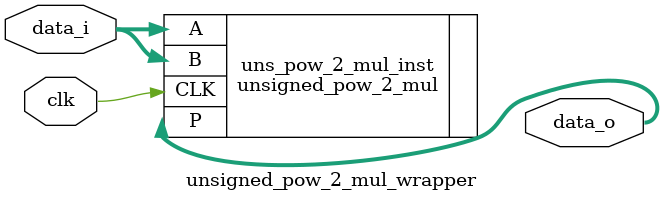
<source format=v>
`timescale 1ns / 1ps


module unsigned_pow_2_mul_wrapper(
    input           clk     ,
    input   [7:0]   data_i  ,
    output  [15:0]  data_o
    );
    
    unsigned_pow_2_mul uns_pow_2_mul_inst (
      .CLK(clk),  // input wire CLK
      .A(data_i),      // input wire [7 : 0] A
      .B(data_i),      // input wire [7 : 0] B
      .P(data_o)      // output wire [15 : 0] P
    );
    
endmodule

</source>
